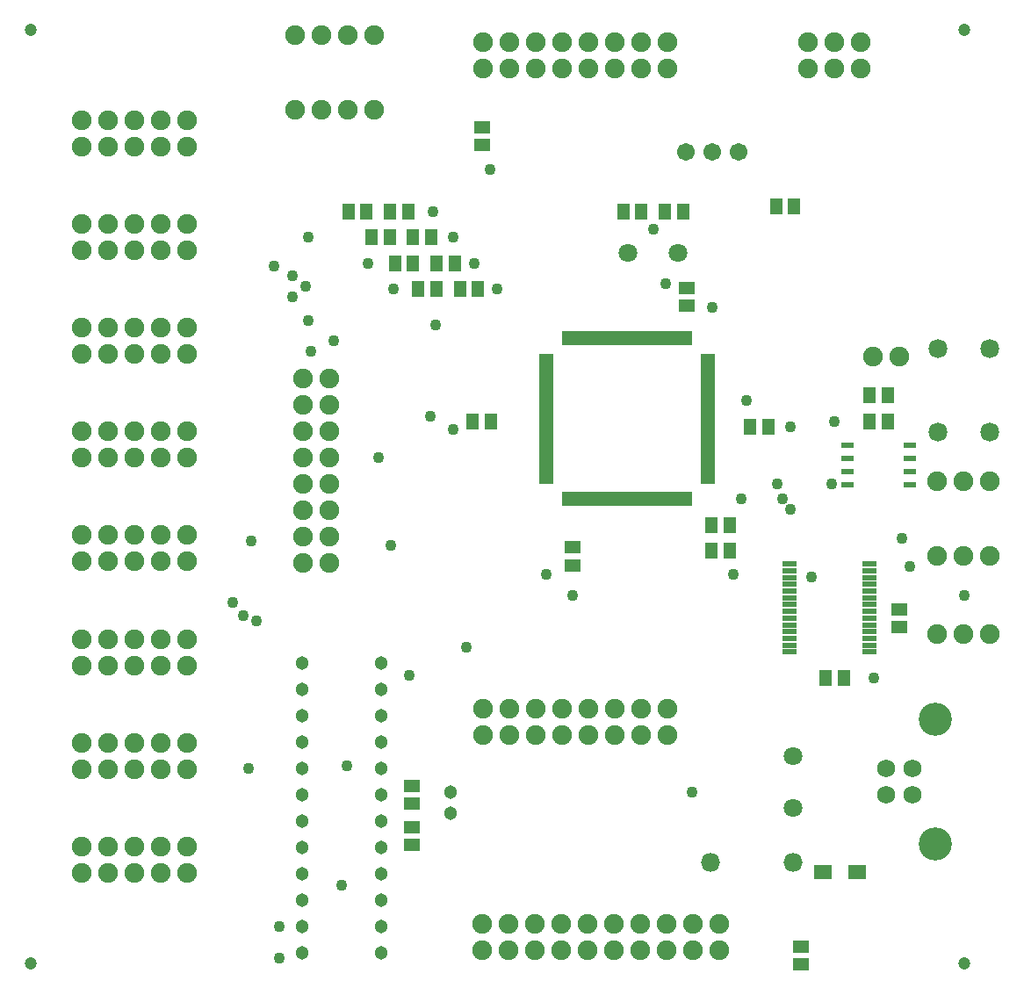
<source format=gts>
%FSLAX25Y25*%
%MOIN*%
G70*
G01*
G75*
G04 Layer_Color=8388736*
%ADD10R,0.04331X0.05512*%
%ADD11R,0.05512X0.04331*%
%ADD12R,0.05906X0.05000*%
%ADD13R,0.03937X0.01575*%
%ADD14R,0.04724X0.01181*%
%ADD15R,0.01181X0.04724*%
%ADD16R,0.04921X0.01181*%
%ADD17C,0.01181*%
%ADD18C,0.05906*%
%ADD19C,0.01969*%
%ADD20C,0.03937*%
%ADD21C,0.04331*%
%ADD22C,0.11811*%
%ADD23C,0.06000*%
%ADD24C,0.06693*%
%ADD25C,0.05906*%
%ADD26C,0.06299*%
%ADD27O,0.06299X0.06535*%
%ADD28O,0.06535X0.06299*%
%ADD29C,0.03937*%
%ADD30C,0.03543*%
%ADD31C,0.00787*%
%ADD32C,0.01000*%
%ADD33R,0.05131X0.06312*%
%ADD34R,0.06312X0.05131*%
%ADD35R,0.06706X0.05800*%
%ADD36R,0.04737X0.02375*%
%ADD37R,0.05524X0.01981*%
%ADD38R,0.01981X0.05524*%
%ADD39R,0.05721X0.01981*%
%ADD40C,0.05131*%
%ADD41C,0.12611*%
%ADD42C,0.06800*%
%ADD43C,0.07493*%
%ADD44C,0.06706*%
%ADD45C,0.07099*%
%ADD46O,0.07099X0.07335*%
%ADD47O,0.07335X0.07099*%
%ADD48C,0.04737*%
%ADD49C,0.04343*%
D33*
X359744Y501968D02*
D03*
X352854D02*
D03*
X368602Y492126D02*
D03*
X361713D02*
D03*
X354823Y482283D02*
D03*
X361713D02*
D03*
X363681Y472441D02*
D03*
X370571D02*
D03*
X386319Y472441D02*
D03*
X379429D02*
D03*
X377461Y482283D02*
D03*
X370571D02*
D03*
X345965Y492126D02*
D03*
X352854D02*
D03*
X337106Y501968D02*
D03*
X343996D02*
D03*
X489665Y420276D02*
D03*
X496555D02*
D03*
X534941Y432087D02*
D03*
X541831D02*
D03*
X541831Y422244D02*
D03*
X534941D02*
D03*
X499508Y503937D02*
D03*
X506398D02*
D03*
X464075Y501968D02*
D03*
X457185D02*
D03*
X441437D02*
D03*
X448327D02*
D03*
X525098Y324803D02*
D03*
X518209D02*
D03*
X481791Y373031D02*
D03*
X474902D02*
D03*
X391240Y422244D02*
D03*
X384350D02*
D03*
X481791Y382874D02*
D03*
X474902D02*
D03*
D34*
X361221Y283957D02*
D03*
Y277067D02*
D03*
X361221Y268209D02*
D03*
Y261319D02*
D03*
X465551Y472933D02*
D03*
Y466043D02*
D03*
X387795Y527067D02*
D03*
Y533957D02*
D03*
X508858Y222933D02*
D03*
Y216043D02*
D03*
X422244Y367618D02*
D03*
Y374508D02*
D03*
X546260Y350886D02*
D03*
Y343996D02*
D03*
D35*
X517126Y250984D02*
D03*
X530118D02*
D03*
D36*
X550197Y413012D02*
D03*
Y403012D02*
D03*
Y408012D02*
D03*
Y398012D02*
D03*
X526575D02*
D03*
Y408012D02*
D03*
Y403012D02*
D03*
Y413012D02*
D03*
D37*
X473425Y399606D02*
D03*
Y401575D02*
D03*
Y403543D02*
D03*
Y405512D02*
D03*
Y407480D02*
D03*
Y409449D02*
D03*
Y411417D02*
D03*
Y413386D02*
D03*
Y415354D02*
D03*
Y417323D02*
D03*
Y419291D02*
D03*
Y421260D02*
D03*
Y423228D02*
D03*
Y425197D02*
D03*
Y427165D02*
D03*
Y429134D02*
D03*
Y431102D02*
D03*
Y433071D02*
D03*
Y435039D02*
D03*
Y437008D02*
D03*
Y438976D02*
D03*
Y440945D02*
D03*
Y442913D02*
D03*
Y444882D02*
D03*
Y446850D02*
D03*
X412402D02*
D03*
Y444882D02*
D03*
Y442913D02*
D03*
Y440945D02*
D03*
Y438976D02*
D03*
Y437008D02*
D03*
Y435039D02*
D03*
Y433071D02*
D03*
Y431102D02*
D03*
Y429134D02*
D03*
Y427165D02*
D03*
Y425197D02*
D03*
Y423228D02*
D03*
Y421260D02*
D03*
Y419291D02*
D03*
Y417323D02*
D03*
Y415354D02*
D03*
Y413386D02*
D03*
Y411417D02*
D03*
Y409449D02*
D03*
Y407480D02*
D03*
Y405512D02*
D03*
Y403543D02*
D03*
Y401575D02*
D03*
Y399606D02*
D03*
D38*
X466535Y453740D02*
D03*
X464567D02*
D03*
X462598D02*
D03*
X460630D02*
D03*
X458661D02*
D03*
X456693D02*
D03*
X454724D02*
D03*
X452756D02*
D03*
X450787D02*
D03*
X448819D02*
D03*
X446850D02*
D03*
X444882D02*
D03*
X442913D02*
D03*
X440945D02*
D03*
X438976D02*
D03*
X437008D02*
D03*
X435039D02*
D03*
X433071D02*
D03*
X431102D02*
D03*
X429134D02*
D03*
X427165D02*
D03*
X425197D02*
D03*
X423228D02*
D03*
X421260D02*
D03*
X419291D02*
D03*
Y392717D02*
D03*
X421260D02*
D03*
X423228D02*
D03*
X425197D02*
D03*
X427165D02*
D03*
X429134D02*
D03*
X431102D02*
D03*
X433071D02*
D03*
X435039D02*
D03*
X437008D02*
D03*
X438976D02*
D03*
X440945D02*
D03*
X442913D02*
D03*
X444882D02*
D03*
X446850D02*
D03*
X448819D02*
D03*
X450787D02*
D03*
X452756D02*
D03*
X454724D02*
D03*
X456693D02*
D03*
X458661D02*
D03*
X460630D02*
D03*
X462598D02*
D03*
X464567D02*
D03*
X466535D02*
D03*
D39*
X534744Y368012D02*
D03*
Y365453D02*
D03*
Y360335D02*
D03*
Y362894D02*
D03*
Y352658D02*
D03*
Y355217D02*
D03*
Y357776D02*
D03*
Y339862D02*
D03*
Y337303D02*
D03*
Y334744D02*
D03*
Y344980D02*
D03*
Y342421D02*
D03*
Y347539D02*
D03*
Y350098D02*
D03*
X504626D02*
D03*
Y347539D02*
D03*
Y342421D02*
D03*
Y344980D02*
D03*
Y334744D02*
D03*
Y337303D02*
D03*
Y339862D02*
D03*
Y357776D02*
D03*
Y355217D02*
D03*
Y352658D02*
D03*
Y362894D02*
D03*
Y360335D02*
D03*
Y365453D02*
D03*
Y368012D02*
D03*
D40*
X375984Y273622D02*
D03*
Y281496D02*
D03*
X319646Y330591D02*
D03*
Y320590D02*
D03*
Y310591D02*
D03*
Y300590D02*
D03*
Y290591D02*
D03*
Y280591D02*
D03*
Y270590D02*
D03*
Y260591D02*
D03*
Y250590D02*
D03*
Y240591D02*
D03*
Y230591D02*
D03*
Y220590D02*
D03*
X349646D02*
D03*
Y230591D02*
D03*
Y240591D02*
D03*
Y250590D02*
D03*
Y260591D02*
D03*
Y270590D02*
D03*
Y280591D02*
D03*
Y290591D02*
D03*
Y300590D02*
D03*
Y310591D02*
D03*
Y320590D02*
D03*
Y330591D02*
D03*
D41*
X559882Y309134D02*
D03*
Y261732D02*
D03*
D42*
X551181Y290354D02*
D03*
X541339D02*
D03*
Y280512D02*
D03*
X551181D02*
D03*
D43*
X580709Y341535D02*
D03*
X570709D02*
D03*
X560709D02*
D03*
X580709Y371063D02*
D03*
X570709D02*
D03*
X560709D02*
D03*
X580709Y399606D02*
D03*
X570709D02*
D03*
X560709D02*
D03*
X546339Y446850D02*
D03*
X536339D02*
D03*
X531653Y556024D02*
D03*
X521654D02*
D03*
X511654D02*
D03*
Y566024D02*
D03*
X521654D02*
D03*
X531653D02*
D03*
X458228D02*
D03*
X448228D02*
D03*
X438228D02*
D03*
X428228D02*
D03*
X418228D02*
D03*
Y556024D02*
D03*
X428228D02*
D03*
X438228D02*
D03*
X448228D02*
D03*
X458228D02*
D03*
X408228D02*
D03*
X398228D02*
D03*
X388228D02*
D03*
Y566024D02*
D03*
X398228D02*
D03*
X408228D02*
D03*
X346929Y568898D02*
D03*
X336929D02*
D03*
X326929D02*
D03*
X316929D02*
D03*
X346929Y540354D02*
D03*
X336929D02*
D03*
X326929D02*
D03*
X316929D02*
D03*
X275905Y250905D02*
D03*
X265905D02*
D03*
X255906D02*
D03*
X245905D02*
D03*
X235906D02*
D03*
Y260906D02*
D03*
X245905D02*
D03*
X255906D02*
D03*
X265905D02*
D03*
X275905D02*
D03*
Y290276D02*
D03*
X265905D02*
D03*
X255906D02*
D03*
X245905D02*
D03*
X235906D02*
D03*
Y300276D02*
D03*
X245905D02*
D03*
X255906D02*
D03*
X265905D02*
D03*
X275905D02*
D03*
Y329646D02*
D03*
X265905D02*
D03*
X255906D02*
D03*
X245905D02*
D03*
X235906D02*
D03*
Y339646D02*
D03*
X245905D02*
D03*
X255906D02*
D03*
X265905D02*
D03*
X275905D02*
D03*
Y369016D02*
D03*
X265905D02*
D03*
X255906D02*
D03*
X245905D02*
D03*
X235906D02*
D03*
Y379016D02*
D03*
X245905D02*
D03*
X255906D02*
D03*
X265905D02*
D03*
X275905D02*
D03*
Y408386D02*
D03*
X265905D02*
D03*
X255906D02*
D03*
X245905D02*
D03*
X235906D02*
D03*
Y418386D02*
D03*
X245905D02*
D03*
X255906D02*
D03*
X265905D02*
D03*
X275905D02*
D03*
Y447756D02*
D03*
X265905D02*
D03*
X255906D02*
D03*
X245905D02*
D03*
X235906D02*
D03*
Y457756D02*
D03*
X245905D02*
D03*
X255906D02*
D03*
X265905D02*
D03*
X275905D02*
D03*
Y487126D02*
D03*
X265905D02*
D03*
X255906D02*
D03*
X245905D02*
D03*
X235906D02*
D03*
Y497126D02*
D03*
X245905D02*
D03*
X255906D02*
D03*
X265905D02*
D03*
X275905D02*
D03*
Y526496D02*
D03*
X265905D02*
D03*
X255906D02*
D03*
X245905D02*
D03*
X235906D02*
D03*
Y536496D02*
D03*
X245905D02*
D03*
X255906D02*
D03*
X265905D02*
D03*
X275905D02*
D03*
X478071Y231378D02*
D03*
X468071D02*
D03*
X458071D02*
D03*
X448071D02*
D03*
X438071D02*
D03*
Y221378D02*
D03*
X448071D02*
D03*
X458071D02*
D03*
X468071D02*
D03*
X478071D02*
D03*
X428071D02*
D03*
X418071D02*
D03*
X408071D02*
D03*
X398071D02*
D03*
X388071D02*
D03*
Y231378D02*
D03*
X398071D02*
D03*
X408071D02*
D03*
X418071D02*
D03*
X428071D02*
D03*
X319803Y438543D02*
D03*
Y428543D02*
D03*
Y418543D02*
D03*
Y408543D02*
D03*
Y398543D02*
D03*
X329803D02*
D03*
Y408543D02*
D03*
Y418543D02*
D03*
Y428543D02*
D03*
Y438543D02*
D03*
Y388543D02*
D03*
Y378543D02*
D03*
Y368543D02*
D03*
X319803D02*
D03*
Y378543D02*
D03*
Y388543D02*
D03*
X458228Y313071D02*
D03*
X448228D02*
D03*
X438228D02*
D03*
X428228D02*
D03*
X418228D02*
D03*
Y303071D02*
D03*
X428228D02*
D03*
X438228D02*
D03*
X448228D02*
D03*
X458228D02*
D03*
X408228D02*
D03*
X398228D02*
D03*
X388228D02*
D03*
Y313071D02*
D03*
X398228D02*
D03*
X408228D02*
D03*
D44*
X485394Y524606D02*
D03*
X475394D02*
D03*
X465394D02*
D03*
D45*
X462362Y486221D02*
D03*
X443150D02*
D03*
X505905Y295276D02*
D03*
Y275590D02*
D03*
D46*
X561024Y418307D02*
D03*
Y449803D02*
D03*
X580709Y418307D02*
D03*
Y449803D02*
D03*
D47*
X505905Y254921D02*
D03*
X474409D02*
D03*
D48*
X216535Y216535D02*
D03*
Y570866D02*
D03*
X570866D02*
D03*
Y216535D02*
D03*
D49*
X370079Y458661D02*
D03*
X322835Y448819D02*
D03*
X393701Y472441D02*
D03*
X331693Y452756D02*
D03*
X354331Y472441D02*
D03*
X321850Y460630D02*
D03*
X315945Y469488D02*
D03*
X384842Y482283D02*
D03*
X344488D02*
D03*
X320866Y473622D02*
D03*
X376969Y492126D02*
D03*
X315945Y477362D02*
D03*
X321850Y492126D02*
D03*
X309055Y481299D02*
D03*
X369094Y501968D02*
D03*
X512795Y363189D02*
D03*
X390748Y517717D02*
D03*
X336614Y291339D02*
D03*
X360236Y325787D02*
D03*
X381890Y336614D02*
D03*
X348425Y408465D02*
D03*
X353346Y375000D02*
D03*
X504920Y388779D02*
D03*
X501968Y392717D02*
D03*
X520669Y398622D02*
D03*
X570866Y356299D02*
D03*
X547244Y377953D02*
D03*
X550197Y367126D02*
D03*
X521654Y422244D02*
D03*
X500000Y398622D02*
D03*
X536417Y324803D02*
D03*
X412402Y364173D02*
D03*
X368110Y424213D02*
D03*
X467520Y281496D02*
D03*
X475394Y465551D02*
D03*
X452756Y495079D02*
D03*
X457677Y474409D02*
D03*
X422244Y356299D02*
D03*
X504921Y420276D02*
D03*
X486221Y392717D02*
D03*
X488189Y430118D02*
D03*
X483268Y364173D02*
D03*
X311024Y230315D02*
D03*
Y218504D02*
D03*
X334646Y246063D02*
D03*
X293307Y353346D02*
D03*
X297244Y348425D02*
D03*
X299213Y290354D02*
D03*
X302165Y346457D02*
D03*
X300197Y376969D02*
D03*
X376968Y419290D02*
D03*
M02*

</source>
